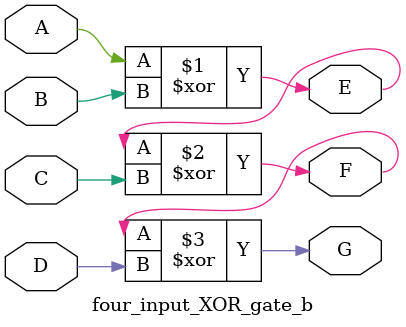
<source format=v>
`timescale 1ns / 1ps

module four_input_XOR_gate_b(
    input A,
    input B,
    output E,    
    input C,
    output F,    
    input D,
    output G
    );
    
    assign E = A ^ B;
    assign F = E ^ C;
    assign G = F ^ D;
endmodule
</source>
